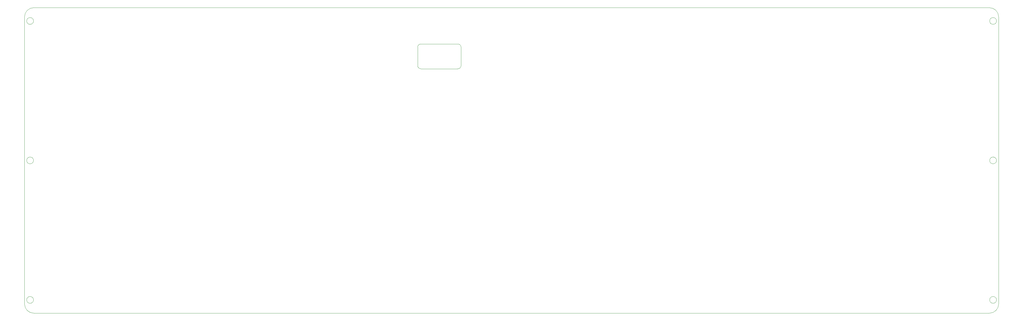
<source format=gbr>
G04 #@! TF.GenerationSoftware,KiCad,Pcbnew,7.0.9*
G04 #@! TF.CreationDate,2024-02-06T22:04:58+09:00*
G04 #@! TF.ProjectId,bottom_plate,626f7474-6f6d-45f7-906c-6174652e6b69,rev?*
G04 #@! TF.SameCoordinates,Original*
G04 #@! TF.FileFunction,Profile,NP*
%FSLAX46Y46*%
G04 Gerber Fmt 4.6, Leading zero omitted, Abs format (unit mm)*
G04 Created by KiCad (PCBNEW 7.0.9) date 2024-02-06 22:04:58*
%MOMM*%
%LPD*%
G01*
G04 APERTURE LIST*
G04 #@! TA.AperFunction,Profile*
%ADD10C,0.100000*%
G04 #@! TD*
G04 #@! TA.AperFunction,Profile*
%ADD11C,0.010000*%
G04 #@! TD*
G04 APERTURE END LIST*
D10*
X328625000Y-20250000D02*
G75*
G03*
X325625000Y-17250000I-3000000J0D01*
G01*
X17275000Y-17250000D02*
G75*
G03*
X14275000Y-20250000I0J-3000000D01*
G01*
X14275000Y-113050000D02*
G75*
G03*
X17275000Y-116050000I3000000J0D01*
G01*
X155143500Y-30000000D02*
G75*
G03*
X154143560Y-29000000I-1000000J0D01*
G01*
X141143600Y-36000000D02*
G75*
G03*
X142143560Y-37000000I1000000J0D01*
G01*
X17275000Y-116050000D02*
X325625000Y-116050000D01*
X154143560Y-36999960D02*
G75*
G03*
X155143560Y-36000000I40J999960D01*
G01*
X328625000Y-113050000D02*
X328625000Y-20250000D01*
X154143560Y-37000000D02*
X142143560Y-37000000D01*
X141143560Y-36000000D02*
X141143560Y-30000000D01*
X325625000Y-116050000D02*
G75*
G03*
X328625000Y-113050000I0J3000000D01*
G01*
X142143560Y-29000000D02*
X154143560Y-29000000D01*
X142143560Y-28999960D02*
G75*
G03*
X141143560Y-30000000I40J-1000040D01*
G01*
X14275000Y-20250000D02*
X14275000Y-113050000D01*
X155143560Y-30000000D02*
X155143560Y-36000000D01*
X325625000Y-17250000D02*
X17275000Y-17250000D01*
D11*
X17175000Y-21550000D02*
G75*
G03*
X17175000Y-21550000I-1100000J0D01*
G01*
X17175000Y-66650000D02*
G75*
G03*
X17175000Y-66650000I-1100000J0D01*
G01*
X17175000Y-111750000D02*
G75*
G03*
X17175000Y-111750000I-1100000J0D01*
G01*
X327925000Y-21550000D02*
G75*
G03*
X327925000Y-21550000I-1100000J0D01*
G01*
X327925000Y-66650000D02*
G75*
G03*
X327925000Y-66650000I-1100000J0D01*
G01*
X327925000Y-111750000D02*
G75*
G03*
X327925000Y-111750000I-1100000J0D01*
G01*
M02*

</source>
